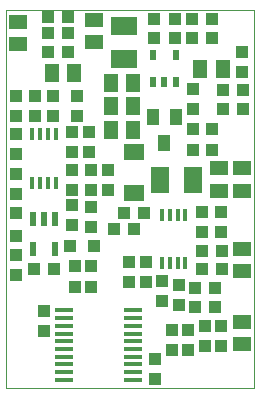
<source format=gtp>
G75*
%MOIN*%
%OFA0B0*%
%FSLAX24Y24*%
%IPPOS*%
%LPD*%
%AMOC8*
5,1,8,0,0,1.08239X$1,22.5*
%
%ADD10C,0.0000*%
%ADD11R,0.0177X0.0394*%
%ADD12R,0.0433X0.0394*%
%ADD13R,0.0394X0.0433*%
%ADD14R,0.0630X0.0866*%
%ADD15R,0.0236X0.0354*%
%ADD16R,0.0591X0.0512*%
%ADD17R,0.0512X0.0591*%
%ADD18R,0.0866X0.0630*%
%ADD19R,0.0217X0.0472*%
%ADD20R,0.0394X0.0394*%
%ADD21R,0.0394X0.0551*%
%ADD22R,0.0709X0.0551*%
%ADD23R,0.0591X0.0157*%
D10*
X001917Y001425D02*
X001917Y014023D01*
X010185Y014023D01*
X010185Y001425D01*
X001917Y001425D01*
D11*
X002793Y008256D03*
X003049Y008256D03*
X003305Y008256D03*
X003561Y008256D03*
X003561Y009870D03*
X003305Y009870D03*
X003049Y009870D03*
X002793Y009870D03*
X007124Y007193D03*
X007380Y007193D03*
X007635Y007193D03*
X007891Y007193D03*
X007891Y005578D03*
X007635Y005578D03*
X007380Y005578D03*
X007124Y005578D03*
D12*
X007114Y004988D03*
X007114Y004319D03*
X007980Y003334D03*
X007980Y002665D03*
X009082Y002823D03*
X009082Y003492D03*
X009102Y005992D03*
X008433Y005992D03*
X008452Y006602D03*
X008452Y007271D03*
X008137Y009358D03*
X008137Y010027D03*
X008137Y010697D03*
X008137Y011366D03*
X009141Y010716D03*
X008767Y010027D03*
X008767Y009358D03*
X009811Y010716D03*
X009791Y011956D03*
X009791Y012626D03*
X008787Y013078D03*
X008118Y013078D03*
X007527Y013078D03*
X006858Y013078D03*
X004673Y009949D03*
X004279Y010460D03*
X004279Y011130D03*
X003492Y011130D03*
X003492Y010460D03*
X002862Y010460D03*
X002862Y011130D03*
X004673Y009279D03*
X004752Y008689D03*
X004752Y008019D03*
X005303Y008019D03*
X005303Y008689D03*
X005519Y006701D03*
X006189Y006701D03*
X006011Y005618D03*
X006011Y004949D03*
X004752Y004791D03*
X004752Y005460D03*
X004200Y005460D03*
X004200Y004791D03*
X003511Y005362D03*
X002842Y005362D03*
X003315Y013787D03*
X003984Y013787D03*
D13*
X003984Y013236D03*
X003984Y012606D03*
X003315Y012606D03*
X003315Y013236D03*
X002232Y011130D03*
X002232Y010460D03*
X002232Y009870D03*
X002232Y009201D03*
X002232Y008531D03*
X002232Y007862D03*
X002232Y005854D03*
X002232Y005185D03*
X003177Y003964D03*
X003177Y003295D03*
X004122Y006838D03*
X004122Y007508D03*
X004122Y008019D03*
X004122Y008689D03*
X004122Y009279D03*
X004122Y009949D03*
X004752Y007429D03*
X004752Y006760D03*
X005834Y007252D03*
X006504Y007252D03*
X006563Y005618D03*
X006563Y004949D03*
X007665Y004830D03*
X007665Y004161D03*
X008196Y004102D03*
X008196Y004732D03*
X008433Y005362D03*
X008866Y004732D03*
X008866Y004102D03*
X008531Y003492D03*
X008531Y002823D03*
X007429Y002665D03*
X007429Y003334D03*
X006878Y002390D03*
X006878Y001720D03*
X009102Y005362D03*
X009082Y006602D03*
X009082Y007271D03*
X009141Y011346D03*
X009811Y011346D03*
X008787Y013708D03*
X008118Y013708D03*
X007527Y013708D03*
X006858Y013708D03*
D14*
X007035Y008354D03*
X008137Y008354D03*
D15*
X007567Y011602D03*
X007193Y011602D03*
X006819Y011602D03*
X006819Y012508D03*
X007567Y012508D03*
D16*
X004830Y012941D03*
X004830Y013689D03*
X002311Y013610D03*
X002311Y012862D03*
X009004Y008728D03*
X009004Y007980D03*
X009791Y007980D03*
X009791Y008728D03*
X009791Y006051D03*
X009791Y005303D03*
X009791Y003610D03*
X009791Y002862D03*
D17*
X006149Y010008D03*
X006149Y010795D03*
X006149Y011582D03*
X005401Y011582D03*
X005401Y010795D03*
X005401Y010008D03*
X004181Y011897D03*
X003433Y011897D03*
X008393Y012055D03*
X009141Y012055D03*
D18*
X005854Y012370D03*
X005854Y013472D03*
D19*
X003551Y007055D03*
X003177Y007055D03*
X002803Y007055D03*
X002803Y006031D03*
X003551Y006031D03*
D20*
X004043Y006149D03*
X004830Y006149D03*
X002232Y006464D03*
X002232Y007252D03*
D21*
X006819Y010441D03*
X007193Y009575D03*
X007567Y010441D03*
D22*
X006169Y009260D03*
X006169Y007921D03*
D23*
X006139Y003994D03*
X006139Y003738D03*
X006139Y003482D03*
X006139Y003226D03*
X006139Y002970D03*
X006139Y002714D03*
X006139Y002458D03*
X006139Y002202D03*
X006139Y001947D03*
X006139Y001691D03*
X003836Y001691D03*
X003836Y001947D03*
X003836Y002202D03*
X003836Y002458D03*
X003836Y002714D03*
X003836Y002970D03*
X003836Y003226D03*
X003836Y003482D03*
X003836Y003738D03*
X003836Y003994D03*
M02*

</source>
